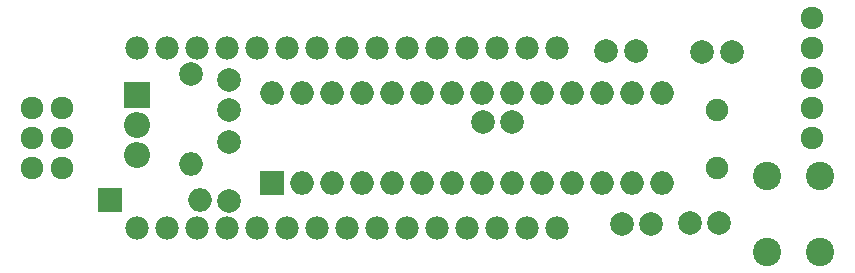
<source format=gbr>
G04 #@! TF.FileFunction,Soldermask,Top*
%FSLAX46Y46*%
G04 Gerber Fmt 4.6, Leading zero omitted, Abs format (unit mm)*
G04 Created by KiCad (PCBNEW 4.0.7) date 10/22/21 20:29:58*
%MOMM*%
%LPD*%
G01*
G04 APERTURE LIST*
%ADD10C,0.100000*%
%ADD11R,2.000000X2.000000*%
%ADD12O,2.000000X2.000000*%
%ADD13C,2.000000*%
%ADD14C,2.400000*%
%ADD15R,2.200000X2.200000*%
%ADD16O,2.200000X2.200000*%
%ADD17C,1.900000*%
%ADD18C,1.974800*%
%ADD19C,1.924000*%
G04 APERTURE END LIST*
D10*
D11*
X144780000Y-92710000D03*
D12*
X177800000Y-85090000D03*
X147320000Y-92710000D03*
X175260000Y-85090000D03*
X149860000Y-92710000D03*
X172720000Y-85090000D03*
X152400000Y-92710000D03*
X170180000Y-85090000D03*
X154940000Y-92710000D03*
X167640000Y-85090000D03*
X157480000Y-92710000D03*
X165100000Y-85090000D03*
X160020000Y-92710000D03*
X162560000Y-85090000D03*
X162560000Y-92710000D03*
X160020000Y-85090000D03*
X165100000Y-92710000D03*
X157480000Y-85090000D03*
X167640000Y-92710000D03*
X154940000Y-85090000D03*
X170180000Y-92710000D03*
X152400000Y-85090000D03*
X172720000Y-92710000D03*
X149860000Y-85090000D03*
X175260000Y-92710000D03*
X147320000Y-85090000D03*
X177800000Y-92710000D03*
X144780000Y-85090000D03*
D13*
X141190000Y-84060000D03*
X141190000Y-86560000D03*
X173100000Y-81580000D03*
X175600000Y-81580000D03*
X181230000Y-81670000D03*
X183730000Y-81670000D03*
X180170000Y-96180000D03*
X182670000Y-96180000D03*
X176900000Y-96200000D03*
X174400000Y-96200000D03*
D11*
X131060000Y-94220000D03*
D12*
X138680000Y-94220000D03*
D13*
X137910000Y-83540000D03*
D12*
X137910000Y-91160000D03*
D14*
X186720000Y-92120000D03*
X191220000Y-92120000D03*
X186720000Y-98620000D03*
X191220000Y-98620000D03*
D15*
X133360000Y-85270000D03*
D16*
X133360000Y-87810000D03*
X133360000Y-90350000D03*
D17*
X182460000Y-86560000D03*
X182460000Y-91440000D03*
D13*
X141180000Y-89270000D03*
X141180000Y-94270000D03*
D18*
X133350000Y-81280000D03*
X133350000Y-96520000D03*
X135890000Y-81280000D03*
X135890000Y-96520000D03*
X138430000Y-81280000D03*
X138430000Y-96520000D03*
X140970000Y-81280000D03*
X140970000Y-96520000D03*
X143510000Y-81280000D03*
X143510000Y-96520000D03*
X146050000Y-81280000D03*
X146050000Y-96520000D03*
X148590000Y-81280000D03*
X148590000Y-96520000D03*
X151130000Y-81280000D03*
X151130000Y-96520000D03*
X153670000Y-81280000D03*
X153670000Y-96520000D03*
X156210000Y-81280000D03*
X156210000Y-96520000D03*
X158750000Y-81280000D03*
X158750000Y-96520000D03*
X161290000Y-81280000D03*
X161290000Y-96520000D03*
X163830000Y-81280000D03*
X163830000Y-96520000D03*
X166370000Y-81280000D03*
X166370000Y-96520000D03*
X168910000Y-81280000D03*
X168910000Y-96520000D03*
D19*
X124460000Y-86360000D03*
X127000000Y-86360000D03*
X124460000Y-88900000D03*
X127000000Y-88900000D03*
X124460000Y-91440000D03*
X127000000Y-91440000D03*
X190500000Y-78740000D03*
X190500000Y-81280000D03*
X190500000Y-83820000D03*
X190500000Y-86360000D03*
X190500000Y-88900000D03*
D13*
X165160000Y-87600000D03*
X162660000Y-87600000D03*
M02*

</source>
